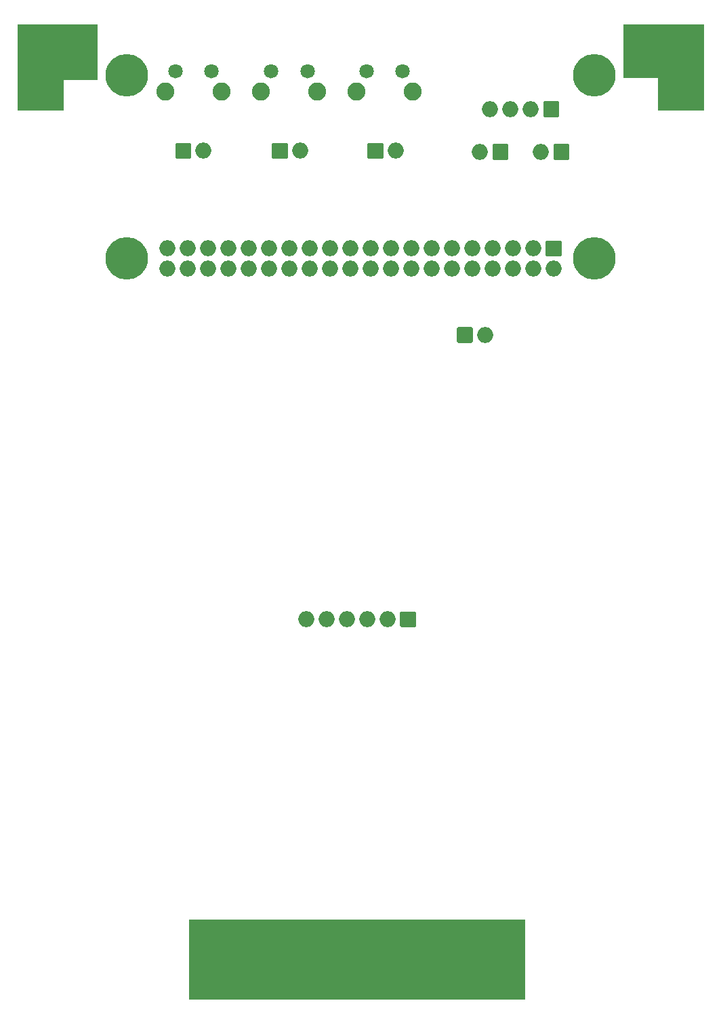
<source format=gbr>
%TF.GenerationSoftware,KiCad,Pcbnew,(5.1.9)-1*%
%TF.CreationDate,2021-12-04T16:06:40+00:00*%
%TF.ProjectId,RGBtoHDMI Amiga Denise CPLD FFC - CDTV Video Slot,52474274-6f48-4444-9d49-20416d696761,1*%
%TF.SameCoordinates,Original*%
%TF.FileFunction,Soldermask,Bot*%
%TF.FilePolarity,Negative*%
%FSLAX46Y46*%
G04 Gerber Fmt 4.6, Leading zero omitted, Abs format (unit mm)*
G04 Created by KiCad (PCBNEW (5.1.9)-1) date 2021-12-04 16:06:40*
%MOMM*%
%LPD*%
G01*
G04 APERTURE LIST*
%ADD10C,0.100000*%
%ADD11O,2.000000X2.000000*%
%ADD12C,1.100000*%
%ADD13C,5.300000*%
%ADD14C,3.500000*%
%ADD15C,1.808000*%
%ADD16C,2.250000*%
G04 APERTURE END LIST*
D10*
G36*
X116713000Y-159258000D02*
G01*
X74803000Y-159258000D01*
X74803000Y-149352000D01*
X116713000Y-149352000D01*
X116713000Y-159258000D01*
G37*
X116713000Y-159258000D02*
X74803000Y-159258000D01*
X74803000Y-149352000D01*
X116713000Y-149352000D01*
X116713000Y-159258000D01*
G36*
X63246000Y-44450000D02*
G01*
X59055000Y-44450000D01*
X59055000Y-48260000D01*
X53340000Y-48260000D01*
X53340000Y-37592000D01*
X63246000Y-37592000D01*
X63246000Y-44450000D01*
G37*
X63246000Y-44450000D02*
X59055000Y-44450000D01*
X59055000Y-48260000D01*
X53340000Y-48260000D01*
X53340000Y-37592000D01*
X63246000Y-37592000D01*
X63246000Y-44450000D01*
G36*
X139065000Y-48260000D02*
G01*
X133350000Y-48260000D01*
X133350000Y-44196000D01*
X129032000Y-44196000D01*
X129032000Y-37592000D01*
X139065000Y-37592000D01*
X139065000Y-48260000D01*
G37*
X139065000Y-48260000D02*
X133350000Y-48260000D01*
X133350000Y-44196000D01*
X129032000Y-44196000D01*
X129032000Y-37592000D01*
X139065000Y-37592000D01*
X139065000Y-48260000D01*
%TO.C,SERIAL1*%
G36*
G01*
X120865000Y-49133000D02*
X119165000Y-49133000D01*
G75*
G02*
X119015000Y-48983000I0J150000D01*
G01*
X119015000Y-47283000D01*
G75*
G02*
X119165000Y-47133000I150000J0D01*
G01*
X120865000Y-47133000D01*
G75*
G02*
X121015000Y-47283000I0J-150000D01*
G01*
X121015000Y-48983000D01*
G75*
G02*
X120865000Y-49133000I-150000J0D01*
G01*
G37*
D11*
X117475000Y-48133000D03*
X114935000Y-48133000D03*
X112395000Y-48133000D03*
%TD*%
D12*
%TO.C,H4*%
X126700225Y-65476175D03*
X125374400Y-64927000D03*
X124048575Y-65476175D03*
X123499400Y-66802000D03*
X124048575Y-68127825D03*
X125374400Y-68677000D03*
X126700225Y-68127825D03*
X127249400Y-66802000D03*
D13*
X125374400Y-66802000D03*
%TD*%
D12*
%TO.C,H3*%
X68280225Y-65476175D03*
X66954400Y-64927000D03*
X65628575Y-65476175D03*
X65079400Y-66802000D03*
X65628575Y-68127825D03*
X66954400Y-68677000D03*
X68280225Y-68127825D03*
X68829400Y-66802000D03*
D13*
X66954400Y-66802000D03*
%TD*%
D12*
%TO.C,H2*%
X126700225Y-42616175D03*
X125374400Y-42067000D03*
X124048575Y-42616175D03*
X123499400Y-43942000D03*
X124048575Y-45267825D03*
X125374400Y-45817000D03*
X126700225Y-45267825D03*
X127249400Y-43942000D03*
D13*
X125374400Y-43942000D03*
%TD*%
D12*
%TO.C,H1*%
X68280225Y-42616175D03*
X66954400Y-42067000D03*
X65628575Y-42616175D03*
X65079400Y-43942000D03*
X65628575Y-45267825D03*
X66954400Y-45817000D03*
X68280225Y-45267825D03*
X68829400Y-43942000D03*
D13*
X66954400Y-43942000D03*
%TD*%
D11*
%TO.C,D2*%
X118745000Y-53467000D03*
G36*
G01*
X120435000Y-52467000D02*
X122135000Y-52467000D01*
G75*
G02*
X122285000Y-52617000I0J-150000D01*
G01*
X122285000Y-54317000D01*
G75*
G02*
X122135000Y-54467000I-150000J0D01*
G01*
X120435000Y-54467000D01*
G75*
G02*
X120285000Y-54317000I0J150000D01*
G01*
X120285000Y-52617000D01*
G75*
G02*
X120435000Y-52467000I150000J0D01*
G01*
G37*
%TD*%
%TO.C,D1*%
X111125000Y-53467000D03*
G36*
G01*
X112815000Y-52467000D02*
X114515000Y-52467000D01*
G75*
G02*
X114665000Y-52617000I0J-150000D01*
G01*
X114665000Y-54317000D01*
G75*
G02*
X114515000Y-54467000I-150000J0D01*
G01*
X112815000Y-54467000D01*
G75*
G02*
X112665000Y-54317000I0J150000D01*
G01*
X112665000Y-52617000D01*
G75*
G02*
X112815000Y-52467000I150000J0D01*
G01*
G37*
%TD*%
D14*
%TO.C,H6*%
X136118600Y-44246800D03*
%TD*%
%TO.C,H5*%
X56159400Y-44246800D03*
%TD*%
D11*
%TO.C,BT3*%
X76581000Y-53340000D03*
G36*
G01*
X74891000Y-54340000D02*
X73191000Y-54340000D01*
G75*
G02*
X73041000Y-54190000I0J150000D01*
G01*
X73041000Y-52490000D01*
G75*
G02*
X73191000Y-52340000I150000J0D01*
G01*
X74891000Y-52340000D01*
G75*
G02*
X75041000Y-52490000I0J-150000D01*
G01*
X75041000Y-54190000D01*
G75*
G02*
X74891000Y-54340000I-150000J0D01*
G01*
G37*
%TD*%
%TO.C,BT2*%
X88646000Y-53340000D03*
G36*
G01*
X86956000Y-54340000D02*
X85256000Y-54340000D01*
G75*
G02*
X85106000Y-54190000I0J150000D01*
G01*
X85106000Y-52490000D01*
G75*
G02*
X85256000Y-52340000I150000J0D01*
G01*
X86956000Y-52340000D01*
G75*
G02*
X87106000Y-52490000I0J-150000D01*
G01*
X87106000Y-54190000D01*
G75*
G02*
X86956000Y-54340000I-150000J0D01*
G01*
G37*
%TD*%
%TO.C,BT1*%
X100584000Y-53340000D03*
G36*
G01*
X98894000Y-54340000D02*
X97194000Y-54340000D01*
G75*
G02*
X97044000Y-54190000I0J150000D01*
G01*
X97044000Y-52490000D01*
G75*
G02*
X97194000Y-52340000I150000J0D01*
G01*
X98894000Y-52340000D01*
G75*
G02*
X99044000Y-52490000I0J-150000D01*
G01*
X99044000Y-54190000D01*
G75*
G02*
X98894000Y-54340000I-150000J0D01*
G01*
G37*
%TD*%
D15*
%TO.C,BT13*%
X73036000Y-43434000D03*
X77586000Y-43434000D03*
D16*
X71811000Y-45934000D03*
X78811000Y-45934000D03*
%TD*%
D15*
%TO.C,BT12*%
X84999400Y-43434000D03*
X89549400Y-43434000D03*
D16*
X83774400Y-45934000D03*
X90774400Y-45934000D03*
%TD*%
D15*
%TO.C,BT11*%
X96912000Y-43434000D03*
X101462000Y-43434000D03*
D16*
X95687000Y-45934000D03*
X102687000Y-45934000D03*
%TD*%
D11*
%TO.C,JP1*%
X111760000Y-76327000D03*
G36*
G01*
X108370000Y-75327000D02*
X110070000Y-75327000D01*
G75*
G02*
X110220000Y-75477000I0J-150000D01*
G01*
X110220000Y-77177000D01*
G75*
G02*
X110070000Y-77327000I-150000J0D01*
G01*
X108370000Y-77327000D01*
G75*
G02*
X108220000Y-77177000I0J150000D01*
G01*
X108220000Y-75477000D01*
G75*
G02*
X108370000Y-75327000I150000J0D01*
G01*
G37*
%TD*%
%TO.C,JTAG1*%
X89433400Y-111836200D03*
X91973400Y-111836200D03*
X94513400Y-111836200D03*
X97053400Y-111836200D03*
X99593400Y-111836200D03*
G36*
G01*
X102983400Y-112836200D02*
X101283400Y-112836200D01*
G75*
G02*
X101133400Y-112686200I0J150000D01*
G01*
X101133400Y-110986200D01*
G75*
G02*
X101283400Y-110836200I150000J0D01*
G01*
X102983400Y-110836200D01*
G75*
G02*
X103133400Y-110986200I0J-150000D01*
G01*
X103133400Y-112686200D01*
G75*
G02*
X102983400Y-112836200I-150000J0D01*
G01*
G37*
%TD*%
%TO.C,J1*%
X72034400Y-68072000D03*
X72034400Y-65532000D03*
X74574400Y-68072000D03*
X74574400Y-65532000D03*
X77114400Y-68072000D03*
X77114400Y-65532000D03*
X79654400Y-68072000D03*
X79654400Y-65532000D03*
X82194400Y-68072000D03*
X82194400Y-65532000D03*
X84734400Y-68072000D03*
X84734400Y-65532000D03*
X87274400Y-68072000D03*
X87274400Y-65532000D03*
X89814400Y-68072000D03*
X89814400Y-65532000D03*
X92354400Y-68072000D03*
X92354400Y-65532000D03*
X94894400Y-68072000D03*
X94894400Y-65532000D03*
X97434400Y-68072000D03*
X97434400Y-65532000D03*
X99974400Y-68072000D03*
X99974400Y-65532000D03*
X102514400Y-68072000D03*
X102514400Y-65532000D03*
X105054400Y-68072000D03*
X105054400Y-65532000D03*
X107594400Y-68072000D03*
X107594400Y-65532000D03*
X110134400Y-68072000D03*
X110134400Y-65532000D03*
X112674400Y-68072000D03*
X112674400Y-65532000D03*
X115214400Y-68072000D03*
X115214400Y-65532000D03*
X117754400Y-68072000D03*
X117754400Y-65532000D03*
X120294400Y-68072000D03*
G36*
G01*
X121144400Y-66532000D02*
X119444400Y-66532000D01*
G75*
G02*
X119294400Y-66382000I0J150000D01*
G01*
X119294400Y-64682000D01*
G75*
G02*
X119444400Y-64532000I150000J0D01*
G01*
X121144400Y-64532000D01*
G75*
G02*
X121294400Y-64682000I0J-150000D01*
G01*
X121294400Y-66382000D01*
G75*
G02*
X121144400Y-66532000I-150000J0D01*
G01*
G37*
%TD*%
M02*

</source>
